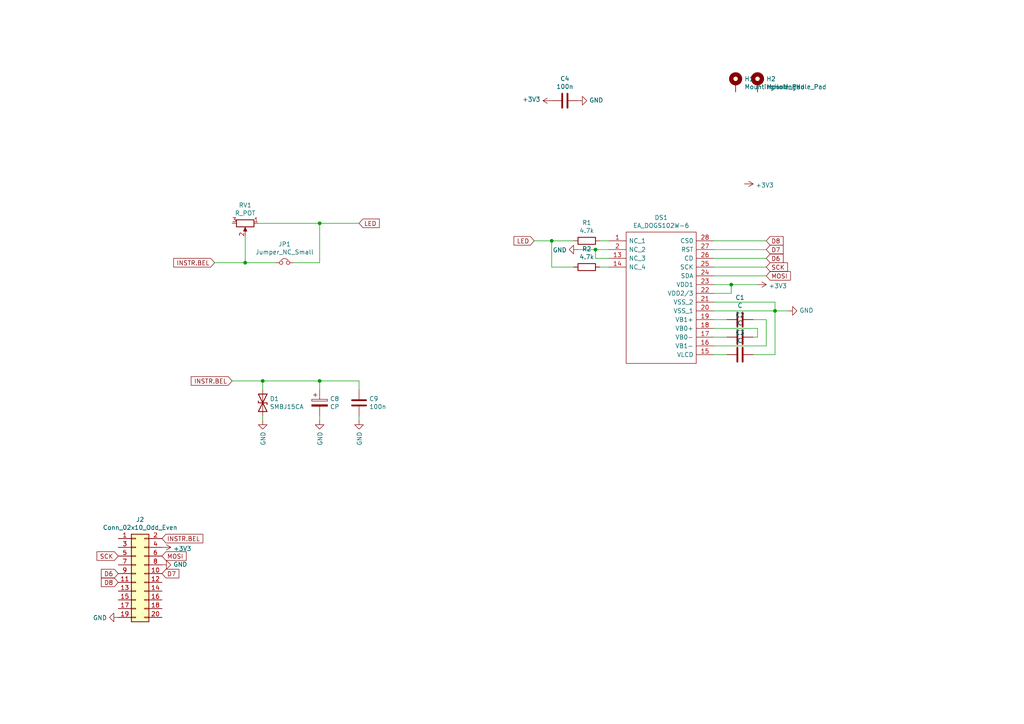
<source format=kicad_sch>
(kicad_sch (version 20230121) (generator eeschema)
  (paper "A4")
  (title_block (title "DOGS102") (date "2022-04-11") (rev "0.9.1") (company "fiz-o-matic.net"))
  (lib_symbols
    (symbol "Connector_Generic:Conn_02x10_Odd_Even" (pin_names (offset 1.016) hide)
      (property "Reference" "J" (at 1.27 12.7 0))
      (property "Value" "Conn_02x10_Odd_Even" (at 1.27 -15.24 0))
      (symbol "Conn_02x10_Odd_Even_1_1"
        (rectangle (start -1.27 -12.573) (end 0 -12.827) (stroke (width 0.1524)))
        (rectangle (start -1.27 -10.033) (end 0 -10.287) (stroke (width 0.1524)))
        (rectangle (start -1.27 -7.493) (end 0 -7.747) (stroke (width 0.1524)))
        (rectangle (start -1.27 -4.953) (end 0 -5.207) (stroke (width 0.1524)))
        (rectangle (start -1.27 -2.413) (end 0 -2.667) (stroke (width 0.1524)))
        (rectangle (start -1.27 0.127) (end 0 -0.127) (stroke (width 0.1524)))
        (rectangle (start -1.27 2.667) (end 0 2.413) (stroke (width 0.1524)))
        (rectangle (start -1.27 5.207) (end 0 4.953) (stroke (width 0.1524)))
        (rectangle (start -1.27 7.747) (end 0 7.493) (stroke (width 0.1524)))
        (rectangle (start -1.27 10.287) (end 0 10.033) (stroke (width 0.1524)))
        (rectangle (start -1.27 11.43) (end 3.81 -13.97) (stroke (width 0.254)) (fill (type background)))
        (rectangle (start 3.81 -12.573) (end 2.54 -12.827) (stroke (width 0.1524)))
        (rectangle (start 3.81 -10.033) (end 2.54 -10.287) (stroke (width 0.1524)))
        (rectangle (start 3.81 -7.493) (end 2.54 -7.747) (stroke (width 0.1524)))
        (rectangle (start 3.81 -4.953) (end 2.54 -5.207) (stroke (width 0.1524)))
        (rectangle (start 3.81 -2.413) (end 2.54 -2.667) (stroke (width 0.1524)))
        (rectangle (start 3.81 0.127) (end 2.54 -0.127) (stroke (width 0.1524)))
        (rectangle (start 3.81 2.667) (end 2.54 2.413) (stroke (width 0.1524)))
        (rectangle (start 3.81 5.207) (end 2.54 4.953) (stroke (width 0.1524)))
        (rectangle (start 3.81 7.747) (end 2.54 7.493) (stroke (width 0.1524)))
        (rectangle (start 3.81 10.287) (end 2.54 10.033) (stroke (width 0.1524)))
        (pin passive line (at -5.08 10.16 0) (length 3.81) (name "Pin_1") (number "1"))
        (pin passive line (at 7.62 0 180) (length 3.81) (name "Pin_10") (number "10"))
        (pin passive line (at -5.08 -2.54 0) (length 3.81) (name "Pin_11") (number "11"))
        (pin passive line (at 7.62 -2.54 180) (length 3.81) (name "Pin_12") (number "12"))
        (pin passive line (at -5.08 -5.08 0) (length 3.81) (name "Pin_13") (number "13"))
        (pin passive line (at 7.62 -5.08 180) (length 3.81) (name "Pin_14") (number "14"))
        (pin passive line (at -5.08 -7.62 0) (length 3.81) (name "Pin_15") (number "15"))
        (pin passive line (at 7.62 -7.62 180) (length 3.81) (name "Pin_16") (number "16"))
        (pin passive line (at -5.08 -10.16 0) (length 3.81) (name "Pin_17") (number "17"))
        (pin passive line (at 7.62 -10.16 180) (length 3.81) (name "Pin_18") (number "18"))
        (pin passive line (at -5.08 -12.7 0) (length 3.81) (name "Pin_19") (number "19"))
        (pin passive line (at 7.62 10.16 180) (length 3.81) (name "Pin_2") (number "2"))
        (pin passive line (at 7.62 -12.7 180) (length 3.81) (name "Pin_20") (number "20"))
        (pin passive line (at -5.08 7.62 0) (length 3.81) (name "Pin_3") (number "3"))
        (pin passive line (at 7.62 7.62 180) (length 3.81) (name "Pin_4") (number "4"))
        (pin passive line (at -5.08 5.08 0) (length 3.81) (name "Pin_5") (number "5"))
        (pin passive line (at 7.62 5.08 180) (length 3.81) (name "Pin_6") (number "6"))
        (pin passive line (at -5.08 2.54 0) (length 3.81) (name "Pin_7") (number "7"))
        (pin passive line (at 7.62 2.54 180) (length 3.81) (name "Pin_8") (number "8"))
        (pin passive line (at -5.08 0 0) (length 3.81) (name "Pin_9") (number "9"))
      )
    )
    (symbol "Device:C" (pin_numbers hide) (pin_names (offset 0.254))
      (property "Reference" "C" (at 0.635 2.54 0))
      (property "Value" "C" (at 0.635 -2.54 0))
      (symbol "C_0_1"
        (polyline (pts (xy -2.032 -0.762) (xy 2.032 -0.762)) (stroke (width 0.508)))
        (polyline (pts (xy -2.032 0.762) (xy 2.032 0.762)) (stroke (width 0.508)))
      )
      (symbol "C_1_1"
        (pin passive line (at 0 3.81 270) (length 2.794) (name "~") (number "1"))
        (pin passive line (at 0 -3.81 90) (length 2.794) (name "~") (number "2"))
      )
    )
    (symbol "Device:D_TVS" (pin_numbers hide) (pin_names (offset 1.016) hide)
      (property "Reference" "D" (at 0 2.54 0))
      (property "Value" "D_TVS" (at 0 -2.54 0))
      (symbol "D_TVS_0_1"
        (polyline (pts (xy 1.27 0) (xy -1.27 0)))
        (polyline (pts (xy 0.508 1.27) (xy 0 1.27) (xy 0 -1.27) (xy -0.508 -1.27)) (stroke (width 0.254)))
        (polyline (pts (xy -2.54 1.27) (xy -2.54 -1.27) (xy 2.54 1.27) (xy 2.54 -1.27) (xy -2.54 1.27)) (stroke (width 0.254)))
      )
      (symbol "D_TVS_1_1"
        (pin passive line (at -3.81 0 0) (length 2.54) (name "A1") (number "1"))
        (pin passive line (at 3.81 0 180) (length 2.54) (name "A2") (number "2"))
      )
    )
    (symbol "Device:R" (pin_numbers hide) (pin_names (offset 0))
      (property "Reference" "R" (at 2.032 0 90))
      (property "Value" "R" (at 0 0 90))
      (symbol "R_0_1"
        (rectangle (start -1.016 -2.54) (end 1.016 2.54) (stroke (width 0.254)))
      )
      (symbol "R_1_1"
        (pin passive line (at 0 3.81 270) (length 1.27) (name "~") (number "1"))
        (pin passive line (at 0 -3.81 90) (length 1.27) (name "~") (number "2"))
      )
    )
    (symbol "Mechanical:MountingHole_Pad" (pin_numbers hide) (pin_names (offset 1.016) hide)
      (property "Reference" "H" (at 0 6.35 0))
      (property "Value" "MountingHole_Pad" (at 0 4.445 0))
      (symbol "MountingHole_Pad_0_1"
        (circle (center 0 1.27) (radius 1.27) (stroke (width 1.27)))
      )
      (symbol "MountingHole_Pad_1_1"
        (pin input line (at 0 -2.54 90) (length 2.54) (name "1") (number "1"))
      )
    )
    (symbol "dogs102-rescue:+3.3V-power" (power) (pin_names (offset 0))
      (property "Value" "+3.3V-power" (at 0 3.556 0))
      (symbol "+3.3V-power_0_1"
        (polyline (pts (xy -0.762 1.27) (xy 0 2.54)))
        (polyline (pts (xy 0 0) (xy 0 2.54)))
        (polyline (pts (xy 0 2.54) (xy 0.762 1.27)))
      )
      (symbol "+3.3V-power_1_1"
        (pin power_in line (at 0 0 90) (length 0) hide (name "+3V3") (number "1"))
      )
    )
    (symbol "dogs102-rescue:CP-Device" (pin_numbers hide) (pin_names (offset 0.254))
      (property "Reference" "C" (at 0.635 2.54 0))
      (property "Value" "Device_CP" (at 0.635 -2.54 0))
      (symbol "CP-Device_0_1"
        (rectangle (start -2.286 0.508) (end 2.286 1.016))
        (polyline (pts (xy -1.778 2.286) (xy -0.762 2.286)))
        (polyline (pts (xy -1.27 2.794) (xy -1.27 1.778)))
        (rectangle (start 2.286 -0.508) (end -2.286 -1.016) (fill (type outline)))
      )
      (symbol "CP-Device_1_1"
        (pin passive line (at 0 3.81 270) (length 2.794) (name "~") (number "1"))
        (pin passive line (at 0 -3.81 90) (length 2.794) (name "~") (number "2"))
      )
    )
    (symbol "dogs102-rescue:EA_DOGS102W-6-dogs102_n" (pin_names (offset 0.762))
      (property "Reference" "DS" (at 26.67 7.62 0))
      (property "Value" "EA_DOGS102W-6-dogs102_n" (at 26.67 5.08 0))
      (symbol "EA_DOGS102W-6-dogs102_n_0_0"
        (pin unspecified line (at 0 0 0) (length 5.08) (name "NC_1") (number "1"))
        (pin unspecified line (at 0 -5.08 0) (length 5.08) (name "NC_3") (number "13"))
        (pin unspecified line (at 0 -7.62 0) (length 5.08) (name "NC_4") (number "14"))
        (pin unspecified line (at 30.48 -33.02 180) (length 5.08) (name "VLCD") (number "15"))
        (pin unspecified line (at 30.48 -30.48 180) (length 5.08) (name "VB1-") (number "16"))
        (pin unspecified line (at 30.48 -27.94 180) (length 5.08) (name "VB0-") (number "17"))
        (pin unspecified line (at 30.48 -25.4 180) (length 5.08) (name "VB0+") (number "18"))
        (pin unspecified line (at 30.48 -22.86 180) (length 5.08) (name "VB1+") (number "19"))
        (pin unspecified line (at 0 -2.54 0) (length 5.08) (name "NC_2") (number "2"))
        (pin unspecified line (at 30.48 -20.32 180) (length 5.08) (name "VSS_1") (number "20"))
        (pin unspecified line (at 30.48 -17.78 180) (length 5.08) (name "VSS_2") (number "21"))
        (pin unspecified line (at 30.48 -15.24 180) (length 5.08) (name "VDD2/3") (number "22"))
        (pin unspecified line (at 30.48 -12.7 180) (length 5.08) (name "VDD1") (number "23"))
        (pin unspecified line (at 30.48 -10.16 180) (length 5.08) (name "SDA") (number "24"))
        (pin unspecified line (at 30.48 -7.62 180) (length 5.08) (name "SCK") (number "25"))
        (pin unspecified line (at 30.48 -5.08 180) (length 5.08) (name "CD") (number "26"))
        (pin unspecified line (at 30.48 -2.54 180) (length 5.08) (name "RST") (number "27"))
        (pin unspecified line (at 30.48 0 180) (length 5.08) (name "CS0") (number "28"))
      )
      (symbol "EA_DOGS102W-6-dogs102_n_0_1"
        (polyline (pts (xy 5.08 2.54) (xy 25.4 2.54) (xy 25.4 -35.56) (xy 5.08 -35.56) (xy 5.08 2.54)) (stroke (width 0.1524)))
      )
    )
    (symbol "dogs102-rescue:Jumper_NC_Small-Device" (pin_numbers hide) (pin_names (offset 0.762) hide)
      (property "Reference" "JP" (at 0 2.032 0))
      (property "Value" "Device_Jumper_NC_Small" (at 0.254 -1.524 0))
      (symbol "Jumper_NC_Small-Device_0_1"
        (circle (center -1.016 0) (radius 0.508))
        (circle (center 1.016 0) (radius 0.508))
        (arc (start 1.016 0.762) (mid 0 1.1828) (end -1.016 0.762))
        (pin passive line (at -2.54 0 0) (length 1.016) (name "1") (number "1"))
        (pin passive line (at 2.54 0 180) (length 1.016) (name "2") (number "2"))
      )
    )
    (symbol "dogs102-rescue:R_POT-Device" (pin_names (offset 1.016) hide)
      (property "Reference" "RV" (at -4.445 0 90))
      (property "Value" "Device_R_POT" (at -2.54 0 90))
      (symbol "R_POT-Device_0_1"
        (polyline (pts (xy 2.54 0) (xy 1.524 0)))
        (polyline (pts (xy 1.143 0) (xy 2.286 0.508) (xy 2.286 -0.508) (xy 1.143 0)) (fill (type outline)))
        (rectangle (start 1.016 2.54) (end -1.016 -2.54) (stroke (width 0.254)))
      )
      (symbol "R_POT-Device_1_1"
        (pin passive line (at 0 3.81 270) (length 1.27) (name "1") (number "1"))
        (pin passive line (at 3.81 0 180) (length 1.27) (name "2") (number "2"))
        (pin passive line (at 0 -3.81 90) (length 1.27) (name "3") (number "3"))
      )
    )
    (symbol "dogs102:DINA4_L" (pin_numbers hide) (pin_names (offset 1.016) hide)
      (symbol "DINA4_L_2_0"
        (polyline (pts (xy 0 0) (xy 0 5.08)))
        (polyline (pts (xy 0 0) (xy 71.12 0)))
        (polyline (pts (xy 0 5.08) (xy 0 15.24)))
        (polyline (pts (xy 0 5.08) (xy 71.12 5.08)))
        (polyline (pts (xy 0 15.24) (xy 0 22.86)))
        (polyline (pts (xy 0 22.86) (xy 0 35.56)))
        (polyline (pts (xy 0 22.86) (xy 101.6 22.86)))
        (polyline (pts (xy 71.12 0) (xy 101.6 0)))
        (polyline (pts (xy 71.12 5.08) (xy 71.12 0)))
        (polyline (pts (xy 71.12 5.08) (xy 87.63 5.08)))
        (polyline (pts (xy 87.63 5.08) (xy 101.6 5.08)))
        (polyline (pts (xy 87.63 15.24) (xy 0 15.24)))
        (polyline (pts (xy 87.63 15.24) (xy 87.63 5.08)))
        (polyline (pts (xy 101.6 5.08) (xy 101.6 0)))
        (polyline (pts (xy 101.6 15.24) (xy 87.63 15.24)))
        (polyline (pts (xy 101.6 15.24) (xy 101.6 5.08)))
        (polyline (pts (xy 101.6 22.86) (xy 101.6 15.24)))
        (polyline (pts (xy 101.6 35.56) (xy 0 35.56)))
        (polyline (pts (xy 101.6 35.56) (xy 101.6 22.86)))
        (text ">DRAWING_NAME" (at 30.48 20.066 0) (effects (font (size 2.032 2.032))))
        (text ">LAST_DATE_TIME" (at 27.3558 2.286 0) (effects (font (size 2.032 2.032))))
        (text ">SHEET" (at 92.2274 2.286 0) (effects (font (size 2.032 2.032))))
        (text "Date:" (at 6.1468 2.286 0) (effects (font (size 2.032 2.032))))
        (text "Document Number:" (at 16.9164 12.446 0) (effects (font (size 2.032 2.032))))
        (text "REV:" (at 92.8116 12.446 0) (effects (font (size 2.032 2.032))))
        (text "Sheet:" (at 78.2574 2.286 0) (effects (font (size 2.032 2.032))))
        (text "TITLE:" (at 7.1374 20.066 0) (effects (font (size 2.032 2.032))))
      )
    )
    (symbol "power:GND" (power) (pin_names (offset 0))
      (property "Value" "GND" (at 0 -3.81 0))
      (symbol "GND_0_1"
        (polyline (pts (xy 0 0) (xy 0 -1.27) (xy 1.27 -1.27) (xy 0 -2.54) (xy -1.27 -1.27) (xy 0 -1.27)))
      )
      (symbol "GND_1_1"
        (pin power_in line (at 0 0 270) (length 0) hide (name "GND") (number "1"))
      )
    )
  )
  (junction (at 76.2 110.49))
  (junction (at 212.09 82.55))
  (junction (at 160.02 69.85))
  (junction (at 92.71 64.77))
  (junction (at 92.71 110.49))
  (junction (at 71.12 76.2))
  (junction (at 172.72 72.39))
  (junction (at 224.79 90.17))
  (wire (pts (xy 207.01 82.55) (xy 212.09 82.55)))
  (wire (pts (xy 104.14 110.49) (xy 104.14 113.03)))
  (wire (pts (xy 92.71 110.49) (xy 104.14 110.49)))
  (wire (pts (xy 176.53 72.39) (xy 172.72 72.39)))
  (wire (pts (xy 219.71 95.25) (xy 207.01 95.25)))
  (wire (pts (xy 212.09 85.09) (xy 212.09 82.55)))
  (wire (pts (xy 104.14 120.65) (xy 104.14 121.92)))
  (wire (pts (xy 222.25 100.33) (xy 222.25 92.71)))
  (wire (pts (xy 207.01 100.33) (xy 222.25 100.33)))
  (wire (pts (xy 207.01 90.17) (xy 224.79 90.17)))
  (wire (pts (xy 76.2 120.65) (xy 76.2 121.92)))
  (wire (pts (xy 224.79 87.63) (xy 224.79 90.17)))
  (wire (pts (xy 172.72 72.39) (xy 167.64 72.39)))
  (wire (pts (xy 92.71 120.65) (xy 92.71 121.92)))
  (wire (pts (xy 76.2 110.49) (xy 92.71 110.49)))
  (wire (pts (xy 160.02 69.85) (xy 166.37 69.85)))
  (wire (pts (xy 224.79 90.17) (xy 224.79 102.87)))
  (wire (pts (xy 218.44 97.79) (xy 219.71 97.79)))
  (wire (pts (xy 176.53 74.93) (xy 172.72 74.93)))
  (wire (pts (xy 92.71 64.77) (xy 104.14 64.77)))
  (wire (pts (xy 207.01 72.39) (xy 222.25 72.39)))
  (wire (pts (xy 154.94 69.85) (xy 160.02 69.85)))
  (wire (pts (xy 207.01 92.71) (xy 210.82 92.71)))
  (wire (pts (xy 92.71 110.49) (xy 92.71 113.03)))
  (wire (pts (xy 207.01 97.79) (xy 210.82 97.79)))
  (wire (pts (xy 67.31 110.49) (xy 76.2 110.49)))
  (wire (pts (xy 207.01 77.47) (xy 222.25 77.47)))
  (wire (pts (xy 207.01 85.09) (xy 212.09 85.09)))
  (wire (pts (xy 224.79 102.87) (xy 218.44 102.87)))
  (wire (pts (xy 92.71 76.2) (xy 92.71 64.77)))
  (wire (pts (xy 219.71 97.79) (xy 219.71 95.25)))
  (wire (pts (xy 62.23 76.2) (xy 71.12 76.2)))
  (wire (pts (xy 207.01 80.01) (xy 222.25 80.01)))
  (wire (pts (xy 173.99 69.85) (xy 176.53 69.85)))
  (wire (pts (xy 172.72 74.93) (xy 172.72 72.39)))
  (wire (pts (xy 207.01 102.87) (xy 210.82 102.87)))
  (wire (pts (xy 222.25 92.71) (xy 218.44 92.71)))
  (wire (pts (xy 224.79 90.17) (xy 228.6 90.17)))
  (wire (pts (xy 207.01 87.63) (xy 224.79 87.63)))
  (wire (pts (xy 212.09 82.55) (xy 219.71 82.55)))
  (wire (pts (xy 71.12 76.2) (xy 80.01 76.2)))
  (wire (pts (xy 207.01 69.85) (xy 222.25 69.85)))
  (wire (pts (xy 166.37 77.47) (xy 160.02 77.47)))
  (wire (pts (xy 71.12 76.2) (xy 71.12 68.58)))
  (wire (pts (xy 85.09 76.2) (xy 92.71 76.2)))
  (wire (pts (xy 173.99 77.47) (xy 176.53 77.47)))
  (wire (pts (xy 74.93 64.77) (xy 92.71 64.77)))
  (wire (pts (xy 207.01 74.93) (xy 222.25 74.93)))
  (wire (pts (xy 76.2 110.49) (xy 76.2 113.03)))
  (wire (pts (xy 160.02 77.47) (xy 160.02 69.85)))
  (global_label "MOSI" (shape input) (at 46.99 161.29 0) (property "Intersheetrefs" "${INTERSHEET_REFS}" (effects hide)))
  (global_label "D6" (shape input) (at 34.29 166.37 180) (property "Intersheetrefs" "${INTERSHEET_REFS}" (effects hide)))
  (global_label "D8" (shape input) (at 222.25 69.85 0) (property "Intersheetrefs" "${INTERSHEET_REFS}" (effects hide)))
  (global_label "MOSI" (shape input) (at 222.25 80.01 0) (property "Intersheetrefs" "${INTERSHEET_REFS}" (effects hide)))
  (global_label "SCK" (shape input) (at 34.29 161.29 180) (property "Intersheetrefs" "${INTERSHEET_REFS}" (effects hide)))
  (global_label "D8" (shape input) (at 34.29 168.91 180) (property "Intersheetrefs" "${INTERSHEET_REFS}" (effects hide)))
  (global_label "INSTR.BEL" (shape input) (at 67.31 110.49 180) (property "Intersheetrefs" "${INTERSHEET_REFS}" (effects hide)))
  (global_label "D7" (shape input) (at 46.99 166.37 0) (property "Intersheetrefs" "${INTERSHEET_REFS}" (effects hide)))
  (global_label "LED" (shape input) (at 154.94 69.85 180) (property "Intersheetrefs" "${INTERSHEET_REFS}" (effects hide)))
  (global_label "SCK" (shape input) (at 222.25 77.47 0) (property "Intersheetrefs" "${INTERSHEET_REFS}" (effects hide)))
  (global_label "INSTR.BEL" (shape input) (at 46.99 156.21 0) (property "Intersheetrefs" "${INTERSHEET_REFS}" (effects hide)))
  (global_label "INSTR.BEL" (shape input) (at 62.23 76.2 180) (property "Intersheetrefs" "${INTERSHEET_REFS}" (effects hide)))
  (global_label "D6" (shape input) (at 222.25 74.93 0) (property "Intersheetrefs" "${INTERSHEET_REFS}" (effects hide)))
  (global_label "LED" (shape input) (at 104.14 64.77 0) (property "Intersheetrefs" "${INTERSHEET_REFS}" (effects hide)))
  (global_label "D7" (shape input) (at 222.25 72.39 0) (property "Intersheetrefs" "${INTERSHEET_REFS}" (effects hide)))
  (symbol (lib_id "dogs102:DINA4_L") (at 31.75 207.01 0) (unit 1)
    (property "Reference" "#FRAME1" (effects hide))
  )
  (symbol (lib_id "dogs102-rescue:EA_DOGS102W-6-dogs102_n") (at 176.53 69.85 0) (unit 1)
    (property "Reference" "DS1" (at 191.77 63.119 0))
    (property "Value" "EA_DOGS102W-6" (at 191.77 65.4304 0))
    (property "Footprint" "fiz-o-matic:EA-DOGS102W-6" (effects hide))
    (property "Datasheet" "http://www.lcd-module.com/eng/pdf/grafik/dogs102-6e.pdf" (effects hide))
    (property "Description" "LCD Graphic Display Modules & Accessories FSTN (+) Transflect White Background" (effects hide))
    (property "Manufacturer_Name" "ELECTRONIC ASSEMBLY" (effects hide))
    (property "Manufacturer_Part_Number" "EA DOGS102W-6" (effects hide))
    (property "Mouser Part Number" "790-EADOGS102W-6" (effects hide))
    (property "Mouser Price/Stock" "https://www.mouser.com/Search/Refine.aspx?Keyword=790-EADOGS102W-6" (effects hide))
  )
  (symbol (lib_id "Device:C") (at 214.63 97.79 270) (unit 1)
    (property "Reference" "C2" (at 214.63 91.3892 90))
    (property "Value" "C" (at 214.63 93.7006 90))
    (property "Footprint" "Capacitor_SMD:C_1210_3225Metric_Pad1.33x2.70mm_HandSolder" (effects hide))
  )
  (symbol (lib_id "Device:C") (at 214.63 92.71 270) (unit 1)
    (property "Reference" "C1" (at 214.63 86.3092 90))
    (property "Value" "C" (at 214.63 88.6206 90))
    (property "Footprint" "Capacitor_SMD:C_1210_3225Metric_Pad1.33x2.70mm_HandSolder" (effects hide))
  )
  (symbol (lib_id "Device:C") (at 214.63 102.87 270) (unit 1)
    (property "Reference" "C3" (at 214.63 96.4692 90))
    (property "Value" "C" (at 214.63 98.7806 90))
    (property "Footprint" "Capacitor_SMD:C_1210_3225Metric_Pad1.33x2.70mm_HandSolder" (effects hide))
  )
  (symbol (lib_id "dogs102-rescue:+3.3V-power") (at 219.71 82.55 270) (unit 1)
    (property "Reference" "#PWR0102" (effects hide))
    (property "Value" "+3.3V" (at 222.9612 82.931 90) (effects (justify left)))
  )
  (symbol (lib_id "dogs102-rescue:+3.3V-power") (at 215.9 53.34 270) (unit 1)
    (property "Reference" "#PWR0105" (effects hide))
    (property "Value" "+3.3V" (at 219.1512 53.721 90) (effects (justify left)))
  )
  (symbol (lib_id "Mechanical:MountingHole_Pad") (at 213.36 24.13 0) (unit 1)
    (property "Reference" "H1" (at 215.9 22.8854 0) (effects (justify left)))
    (property "Value" "MountingHole_Pad" (at 215.9 25.1968 0) (effects (justify left)))
    (property "Footprint" "MountingHole:MountingHole_3.2mm_M3_Pad_Via" (effects hide))
  )
  (symbol (lib_id "Mechanical:MountingHole_Pad") (at 219.71 24.13 0) (unit 1)
    (property "Reference" "H2" (at 222.25 22.8854 0) (effects (justify left)))
    (property "Value" "MountingHole_Pad" (at 222.25 25.1968 0) (effects (justify left)))
    (property "Footprint" "MountingHole:MountingHole_3.2mm_M3_Pad_Via" (effects hide))
  )
  (symbol (lib_id "Device:C") (at 163.83 29.21 270) (unit 1)
    (property "Reference" "C4" (at 163.83 22.8092 90))
    (property "Value" "100n" (at 163.83 25.1206 90))
    (property "Footprint" "Capacitor_SMD:C_0805_2012Metric" (effects hide))
  )
  (symbol (lib_id "dogs102-rescue:+3.3V-power") (at 160.02 29.21 90) (unit 1)
    (property "Reference" "#PWR0113" (effects hide))
    (property "Value" "+3.3V" (at 156.7688 28.829 90) (effects (justify left)))
  )
  (symbol (lib_id "power:GND") (at 228.6 90.17 90) (unit 1)
    (property "Reference" "#PWR0115" (effects hide))
    (property "Value" "GND" (at 231.8512 90.043 90) (effects (justify right)))
  )
  (symbol (lib_id "power:GND") (at 167.64 29.21 90) (unit 1)
    (property "Reference" "#PWR0116" (effects hide))
    (property "Value" "GND" (at 170.8912 29.083 90) (effects (justify right)))
  )
  (symbol (lib_id "power:GND") (at 167.64 72.39 270) (unit 1)
    (property "Reference" "#PWR0120" (effects hide))
    (property "Value" "GND" (at 164.3888 72.517 90) (effects (justify right)))
  )
  (symbol (lib_id "dogs102-rescue:CP-Device") (at 92.71 116.84 0) (unit 1)
    (property "Reference" "C8" (at 95.7072 115.6716 0) (effects (justify left)))
    (property "Value" "CP" (at 95.7072 117.983 0) (effects (justify left)))
    (property "Footprint" "Capacitor_SMD:CP_Elec_5x3" (effects hide))
  )
  (symbol (lib_id "Device:C") (at 104.14 116.84 0) (unit 1)
    (property "Reference" "C9" (at 107.061 115.6716 0) (effects (justify left)))
    (property "Value" "100n" (at 107.061 117.983 0) (effects (justify left)))
    (property "Footprint" "Capacitor_SMD:C_0805_2012Metric" (effects hide))
  )
  (symbol (lib_id "Device:D_TVS") (at 76.2 116.84 270) (unit 1)
    (property "Reference" "D1" (at 78.232 115.6716 90) (effects (justify left)))
    (property "Value" "SMBJ15CA" (at 78.232 117.983 90) (effects (justify left)))
    (property "Footprint" "Diode_SMD:D_SMB" (effects hide))
  )
  (symbol (lib_id "Device:R") (at 170.18 69.85 270) (unit 1)
    (property "Reference" "R1" (at 170.18 64.5922 90))
    (property "Value" "4.7k" (at 170.18 66.9036 90))
    (property "Footprint" "Resistor_SMD:R_0805_2012Metric" (effects hide))
  )
  (symbol (lib_id "Device:R") (at 170.18 77.47 270) (unit 1)
    (property "Reference" "R2" (at 170.18 72.2122 90))
    (property "Value" "4.7k" (at 170.18 74.5236 90))
    (property "Footprint" "Resistor_SMD:R_0805_2012Metric" (effects hide))
  )
  (symbol (lib_id "power:GND") (at 76.2 121.92 0) (unit 1)
    (property "Reference" "#PWR0121" (effects hide))
    (property "Value" "GND" (at 76.327 125.1712 90) (effects (justify right)))
  )
  (symbol (lib_id "power:GND") (at 92.71 121.92 0) (unit 1)
    (property "Reference" "#PWR0122" (effects hide))
    (property "Value" "GND" (at 92.837 125.1712 90) (effects (justify right)))
  )
  (symbol (lib_id "power:GND") (at 104.14 121.92 0) (unit 1)
    (property "Reference" "#PWR0123" (effects hide))
    (property "Value" "GND" (at 104.267 125.1712 90) (effects (justify right)))
  )
  (symbol (lib_id "Connector_Generic:Conn_02x10_Odd_Even") (at 39.37 166.37 0) (unit 1)
    (property "Reference" "J2" (at 40.64 150.6982 0))
    (property "Value" "Conn_02x10_Odd_Even" (at 40.64 153.0096 0))
    (property "Footprint" "Connector_PinHeader_2.54mm:PinHeader_2x10_P2.54mm_Vertical" (effects hide))
  )
  (symbol (lib_id "power:GND") (at 46.99 163.83 90) (unit 1)
    (property "Reference" "#PWR0104" (effects hide))
    (property "Value" "GND" (at 50.2412 163.703 90) (effects (justify right)))
  )
  (symbol (lib_id "power:GND") (at 34.29 179.07 270) (unit 1)
    (property "Reference" "#PWR0124" (effects hide))
    (property "Value" "GND" (at 31.0388 179.197 90) (effects (justify right)))
  )
  (symbol (lib_id "dogs102-rescue:+3.3V-power") (at 46.99 158.75 270) (unit 1)
    (property "Reference" "#PWR0103" (effects hide))
    (property "Value" "+3.3V" (at 50.2412 159.131 90) (effects (justify left)))
  )
  (symbol (lib_id "dogs102-rescue:R_POT-Device") (at 71.12 64.77 270) (unit 1)
    (property "Reference" "RV1" (at 71.12 59.5122 90))
    (property "Value" "R_POT" (at 71.12 61.8236 90))
    (property "Footprint" "Potentiometer_THT:Potentiometer_Piher_PT-6-V_Vertical" (effects hide))
  )
  (symbol (lib_id "dogs102-rescue:Jumper_NC_Small-Device") (at 82.55 76.2 0) (unit 1)
    (property "Reference" "JP1" (at 82.55 70.8152 0))
    (property "Value" "Jumper_NC_Small" (at 82.55 73.1266 0))
    (property "Footprint" "Jumper:SolderJumper-2_P1.3mm_Bridged_RoundedPad1.0x1.5mm" (effects hide))
  )
)
</source>
